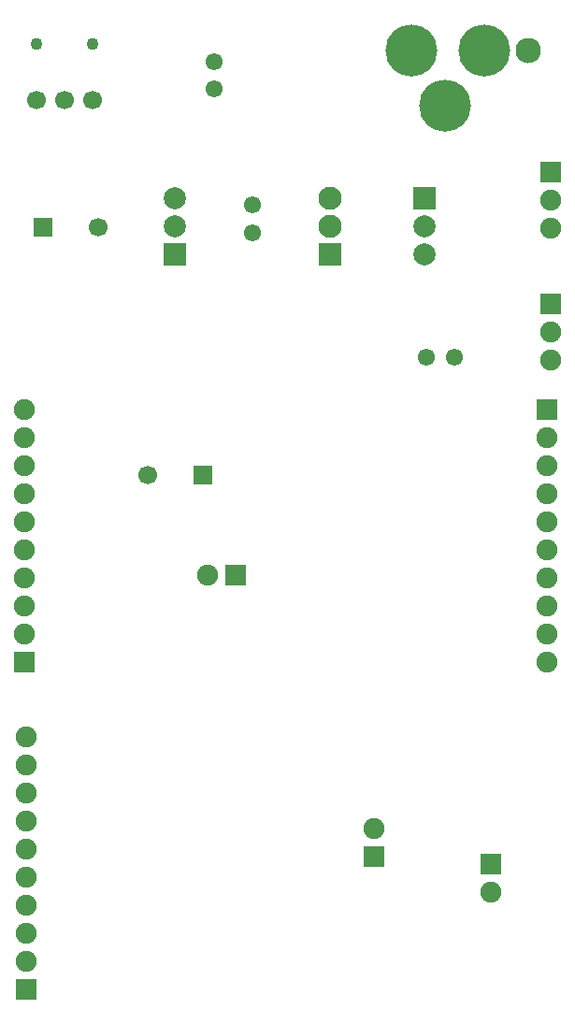
<source format=gbr>
G04 DipTrace 3.0.0.2*
G04 BottomMask.gbr*
%MOMM*%
G04 #@! TF.FileFunction,Soldermask,Bot*
G04 #@! TF.Part,Single*
%ADD17R,1.7X1.7*%
%ADD18C,1.7*%
%ADD22R,2.0X2.0*%
%ADD35R,1.9X1.9*%
%ADD36C,1.9*%
%ADD39C,2.3*%
%ADD40C,1.1*%
%ADD48C,2.1*%
%ADD49R,2.1X2.1*%
%ADD50C,1.7*%
%ADD58C,2.0*%
%ADD61C,1.55*%
%ADD65C,4.7*%
%FSLAX35Y35*%
G04*
G71*
G90*
G75*
G01*
G04 BotMask*
%LPD*%
D35*
X1282000Y4907000D3*
D36*
Y5161000D3*
Y5415000D3*
Y5669000D3*
Y5923000D3*
Y6177000D3*
Y6431000D3*
Y6685000D3*
Y6939000D3*
Y7193000D3*
D35*
X3200000Y5700000D3*
D36*
X2946000D3*
D35*
X1300000Y1950000D3*
D36*
Y2204000D3*
Y2458000D3*
Y2712000D3*
Y2966000D3*
Y3220000D3*
Y3474000D3*
Y3728000D3*
Y3982000D3*
Y4236000D3*
D65*
X5450000Y10450000D3*
X5095000Y9950000D3*
X4790000Y10450000D3*
D39*
X5845000D3*
D61*
X3350000Y9050000D3*
Y8800000D3*
X3000000Y10350000D3*
Y10100000D3*
D22*
X2650000Y8600000D3*
D58*
Y9108000D3*
Y8854000D3*
D22*
X4909593Y9107980D3*
D58*
Y8599980D3*
Y8853980D3*
D61*
X4925000Y7675000D3*
X5175000D3*
D17*
X1450000Y8850000D3*
D18*
X1950000D3*
D17*
X2900000Y6600000D3*
D18*
X2400000D3*
D50*
X1900000Y10000000D3*
X1646000D3*
X1392000D3*
D40*
X1900000Y10508000D3*
X1392000D3*
D49*
X4050000Y8600000D3*
D48*
Y8854000D3*
Y9108000D3*
D35*
X6018000Y7193000D3*
D36*
Y6939000D3*
Y6685000D3*
Y6431000D3*
Y6177000D3*
Y5923000D3*
Y5669000D3*
Y5415000D3*
Y5161000D3*
Y4907000D3*
D35*
X6050000Y8150000D3*
D36*
Y7896000D3*
Y7642000D3*
D35*
Y9350000D3*
D36*
Y9096000D3*
Y8842000D3*
D35*
X4450000Y3150000D3*
D36*
Y3404000D3*
D35*
X5509700Y3085343D3*
D36*
Y2831343D3*
M02*

</source>
